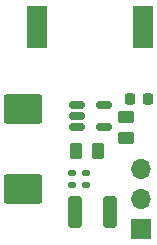
<source format=gbr>
%TF.GenerationSoftware,KiCad,Pcbnew,8.0.4*%
%TF.CreationDate,2024-12-02T13:52:30-05:00*%
%TF.ProjectId,13vconvertertest,31337663-6f6e-4766-9572-746572746573,rev?*%
%TF.SameCoordinates,Original*%
%TF.FileFunction,Soldermask,Top*%
%TF.FilePolarity,Negative*%
%FSLAX46Y46*%
G04 Gerber Fmt 4.6, Leading zero omitted, Abs format (unit mm)*
G04 Created by KiCad (PCBNEW 8.0.4) date 2024-12-02 13:52:30*
%MOMM*%
%LPD*%
G01*
G04 APERTURE LIST*
G04 Aperture macros list*
%AMRoundRect*
0 Rectangle with rounded corners*
0 $1 Rounding radius*
0 $2 $3 $4 $5 $6 $7 $8 $9 X,Y pos of 4 corners*
0 Add a 4 corners polygon primitive as box body*
4,1,4,$2,$3,$4,$5,$6,$7,$8,$9,$2,$3,0*
0 Add four circle primitives for the rounded corners*
1,1,$1+$1,$2,$3*
1,1,$1+$1,$4,$5*
1,1,$1+$1,$6,$7*
1,1,$1+$1,$8,$9*
0 Add four rect primitives between the rounded corners*
20,1,$1+$1,$2,$3,$4,$5,0*
20,1,$1+$1,$4,$5,$6,$7,0*
20,1,$1+$1,$6,$7,$8,$9,0*
20,1,$1+$1,$8,$9,$2,$3,0*%
G04 Aperture macros list end*
%ADD10R,1.800000X3.600000*%
%ADD11RoundRect,0.250000X-0.325000X-1.100000X0.325000X-1.100000X0.325000X1.100000X-0.325000X1.100000X0*%
%ADD12RoundRect,0.250000X1.400000X1.000000X-1.400000X1.000000X-1.400000X-1.000000X1.400000X-1.000000X0*%
%ADD13R,1.700000X1.700000*%
%ADD14O,1.700000X1.700000*%
%ADD15RoundRect,0.135000X-0.185000X0.135000X-0.185000X-0.135000X0.185000X-0.135000X0.185000X0.135000X0*%
%ADD16RoundRect,0.150000X-0.512500X-0.150000X0.512500X-0.150000X0.512500X0.150000X-0.512500X0.150000X0*%
%ADD17RoundRect,0.225000X-0.225000X-0.250000X0.225000X-0.250000X0.225000X0.250000X-0.225000X0.250000X0*%
%ADD18RoundRect,0.250000X-0.262500X-0.450000X0.262500X-0.450000X0.262500X0.450000X-0.262500X0.450000X0*%
%ADD19RoundRect,0.140000X-0.170000X0.140000X-0.170000X-0.140000X0.170000X-0.140000X0.170000X0.140000X0*%
%ADD20RoundRect,0.250000X-0.450000X0.262500X-0.450000X-0.262500X0.450000X-0.262500X0.450000X0.262500X0*%
G04 APERTURE END LIST*
D10*
%TO.C,L1*%
X96800000Y-29880000D03*
X87800000Y-29880000D03*
%TD*%
D11*
%TO.C,C3*%
X91015000Y-45520000D03*
X93965000Y-45520000D03*
%TD*%
D12*
%TO.C,D1*%
X86650000Y-43610000D03*
X86650000Y-36810000D03*
%TD*%
D13*
%TO.C,J1*%
X96620000Y-47005000D03*
D14*
X96620000Y-44465000D03*
X96620000Y-41925000D03*
%TD*%
D15*
%TO.C,R3*%
X90790000Y-42260000D03*
X90790000Y-43280000D03*
%TD*%
D16*
%TO.C,U1*%
X91175000Y-36500000D03*
X91175000Y-37450000D03*
X91175000Y-38400000D03*
X93450000Y-38400000D03*
X93450000Y-36500000D03*
%TD*%
D17*
%TO.C,C1*%
X95650000Y-35960000D03*
X97200000Y-35960000D03*
%TD*%
D18*
%TO.C,R2*%
X91147500Y-40350000D03*
X92972500Y-40350000D03*
%TD*%
D19*
%TO.C,C2*%
X91940000Y-42270000D03*
X91940000Y-43230000D03*
%TD*%
D20*
%TO.C,R1*%
X95390000Y-37487500D03*
X95390000Y-39312500D03*
%TD*%
M02*

</source>
